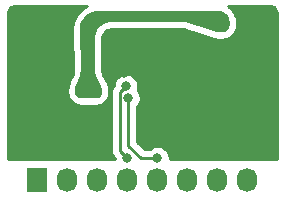
<source format=gbl>
G04 #@! TF.GenerationSoftware,KiCad,Pcbnew,(5.0.1-3-g963ef8bb5)*
G04 #@! TF.CreationDate,2018-11-10T18:30:21+10:30*
G04 #@! TF.ProjectId,rgb-led-board,7267622D6C65642D626F6172642E6B69,1.0*
G04 #@! TF.SameCoordinates,Original*
G04 #@! TF.FileFunction,Copper,L2,Bot,Signal*
G04 #@! TF.FilePolarity,Positive*
%FSLAX46Y46*%
G04 Gerber Fmt 4.6, Leading zero omitted, Abs format (unit mm)*
G04 Created by KiCad (PCBNEW (5.0.1-3-g963ef8bb5)) date Saturday, 10 November 2018 at 06:30:21 pm*
%MOMM*%
%LPD*%
G01*
G04 APERTURE LIST*
G04 #@! TA.AperFunction,ComponentPad*
%ADD10R,1.727200X2.032000*%
G04 #@! TD*
G04 #@! TA.AperFunction,ComponentPad*
%ADD11O,1.727200X2.032000*%
G04 #@! TD*
G04 #@! TA.AperFunction,ViaPad*
%ADD12C,0.800000*%
G04 #@! TD*
G04 #@! TA.AperFunction,Conductor*
%ADD13C,0.250000*%
G04 #@! TD*
G04 #@! TA.AperFunction,Conductor*
%ADD14C,0.254000*%
G04 #@! TD*
G04 #@! TA.AperFunction,Conductor*
%ADD15C,0.300000*%
G04 #@! TD*
G04 APERTURE END LIST*
D10*
G04 #@! TO.P,P3,1*
G04 #@! TO.N,+POWER*
X125730000Y-73250000D03*
D11*
G04 #@! TO.P,P3,2*
G04 #@! TO.N,GND*
X128270000Y-73250000D03*
G04 #@! TO.P,P3,3*
G04 #@! TO.N,/ENABLE*
X130810000Y-73250000D03*
G04 #@! TO.P,P3,4*
G04 #@! TO.N,/POWER_GOOD*
X133350000Y-73250000D03*
G04 #@! TO.P,P3,5*
G04 #@! TO.N,/~FAULT*
X135890000Y-73250000D03*
G04 #@! TO.P,P3,6*
G04 #@! TO.N,/PWM3*
X138430000Y-73250000D03*
G04 #@! TO.P,P3,7*
G04 #@! TO.N,/PWM2*
X140970000Y-73250000D03*
G04 #@! TO.P,P3,8*
G04 #@! TO.N,/PWM1*
X143510000Y-73250000D03*
G04 #@! TD*
D12*
G04 #@! TO.N,GND*
X136652000Y-66294000D03*
X136652000Y-62738000D03*
X135636000Y-62738000D03*
X137668000Y-62738000D03*
X136652000Y-68072000D03*
X135636000Y-68072000D03*
X136652000Y-64695000D03*
X137668000Y-68072000D03*
X125095000Y-59944000D03*
X124079000Y-59944000D03*
X126111000Y-59944000D03*
X133075742Y-64161890D03*
X129540000Y-68580000D03*
X125095000Y-65278000D03*
X124079000Y-65278000D03*
X129540000Y-69532500D03*
X129540000Y-70485000D03*
X137160000Y-69024500D03*
X138684000Y-62738000D03*
G04 #@! TO.N,+POWER*
X139446000Y-59563000D03*
X140462000Y-59563000D03*
X141351000Y-60071000D03*
X130556000Y-65659000D03*
X129540000Y-65659000D03*
G04 #@! TO.N,/POWER_GOOD*
X133350000Y-71374000D03*
X133223000Y-65278006D03*
G04 #@! TO.N,/~FAULT*
X135890000Y-71374000D03*
X133440010Y-66294000D03*
G04 #@! TD*
D13*
G04 #@! TO.N,/POWER_GOOD*
X132715000Y-65786006D02*
X132823001Y-65678005D01*
X132715000Y-70739000D02*
X132715000Y-65786006D01*
X133350000Y-71374000D02*
X132715000Y-70739000D01*
X132823001Y-65678005D02*
X133223000Y-65278006D01*
G04 #@! TO.N,/~FAULT*
X133440010Y-66859685D02*
X133440010Y-66294000D01*
X134493000Y-71374000D02*
X133440010Y-70321010D01*
X133440010Y-70321010D02*
X133440010Y-66859685D01*
X135890000Y-71374000D02*
X134493000Y-71374000D01*
G04 #@! TD*
D14*
G04 #@! TO.N,GND*
G36*
X129884587Y-58511032D02*
X129794815Y-58557564D01*
X129592181Y-58684018D01*
X129510934Y-58744210D01*
X129330941Y-58901225D01*
X129260278Y-58973551D01*
X129107490Y-59157146D01*
X129049203Y-59239771D01*
X128927494Y-59445291D01*
X128883061Y-59536121D01*
X128795518Y-59758353D01*
X128766066Y-59855082D01*
X128714907Y-60088394D01*
X128701182Y-60188575D01*
X128687706Y-60427048D01*
X128686867Y-60477637D01*
X128767807Y-63958084D01*
X128755424Y-64142220D01*
X128717211Y-64293168D01*
X128640491Y-64461008D01*
X128551301Y-64617089D01*
X128526138Y-64665913D01*
X128417447Y-64901278D01*
X128380217Y-65004519D01*
X128313676Y-65255083D01*
X128294778Y-65363194D01*
X128272375Y-65621474D01*
X128270000Y-65676347D01*
X128270000Y-65786000D01*
X128275433Y-65868886D01*
X128292743Y-66000366D01*
X128335646Y-66160482D01*
X128386395Y-66283002D01*
X128469281Y-66426565D01*
X128550012Y-66531775D01*
X128667225Y-66648988D01*
X128772435Y-66729719D01*
X128915998Y-66812605D01*
X129038518Y-66863354D01*
X129198634Y-66906257D01*
X129330114Y-66923567D01*
X129413000Y-66929000D01*
X130746500Y-66929000D01*
X130845834Y-66921182D01*
X130983192Y-66899427D01*
X131172143Y-66838034D01*
X131296056Y-66774897D01*
X131456784Y-66658121D01*
X131555121Y-66559784D01*
X131671897Y-66399056D01*
X131735034Y-66275143D01*
X131796427Y-66086192D01*
X131818182Y-65948834D01*
X131826000Y-65849500D01*
X131826000Y-65793689D01*
X131823733Y-65740085D01*
X131802355Y-65487741D01*
X131784320Y-65382060D01*
X131720795Y-65136910D01*
X131685238Y-65035771D01*
X131581377Y-64804801D01*
X131557326Y-64756842D01*
X131312893Y-64316863D01*
X131242107Y-64159446D01*
X131205569Y-64018443D01*
X131191000Y-63846466D01*
X131191000Y-61341953D01*
X131203589Y-61181991D01*
X131235204Y-61050306D01*
X131287028Y-60925191D01*
X131357791Y-60809718D01*
X131445741Y-60706741D01*
X131548718Y-60618791D01*
X131664191Y-60548028D01*
X131789306Y-60496204D01*
X131920991Y-60464589D01*
X132080953Y-60452000D01*
X137964323Y-60452000D01*
X138131785Y-60465807D01*
X138294713Y-60506852D01*
X140402127Y-61226457D01*
X140452200Y-61241286D01*
X140691240Y-61301505D01*
X140794184Y-61318597D01*
X141039859Y-61338853D01*
X141092038Y-61341000D01*
X141414500Y-61341000D01*
X141497383Y-61335568D01*
X141645298Y-61316095D01*
X141805419Y-61273191D01*
X141943254Y-61216098D01*
X142086813Y-61133214D01*
X142205175Y-61042392D01*
X142322392Y-60925175D01*
X142413214Y-60806813D01*
X142496098Y-60663254D01*
X142553191Y-60525419D01*
X142596095Y-60365298D01*
X142615568Y-60217383D01*
X142621000Y-60134500D01*
X142621000Y-59817000D01*
X142617007Y-59745903D01*
X142594718Y-59548082D01*
X142563077Y-59409451D01*
X142497327Y-59221549D01*
X142435630Y-59093436D01*
X142329717Y-58924877D01*
X142241061Y-58813705D01*
X142100295Y-58672939D01*
X141989123Y-58584283D01*
X141847030Y-58495000D01*
X145380280Y-58495000D01*
X145523109Y-58509005D01*
X145627101Y-58540402D01*
X145723014Y-58591399D01*
X145807194Y-58660055D01*
X145876440Y-58743758D01*
X145928105Y-58839311D01*
X145960227Y-58943078D01*
X145975001Y-59083650D01*
X145975000Y-71420692D01*
X145934644Y-71432904D01*
X145758622Y-71450200D01*
X136925000Y-71450200D01*
X136925000Y-71272061D01*
X136885226Y-71072102D01*
X136807205Y-70883744D01*
X136693937Y-70714226D01*
X136549774Y-70570063D01*
X136380256Y-70456795D01*
X136191898Y-70378774D01*
X135991939Y-70339000D01*
X135788061Y-70339000D01*
X135588102Y-70378774D01*
X135399744Y-70456795D01*
X135230226Y-70570063D01*
X135186289Y-70614000D01*
X134807802Y-70614000D01*
X134200010Y-70006209D01*
X134200010Y-66997711D01*
X134243947Y-66953774D01*
X134357215Y-66784256D01*
X134435236Y-66595898D01*
X134475010Y-66395939D01*
X134475010Y-66192061D01*
X134435236Y-65992102D01*
X134357215Y-65803744D01*
X134243947Y-65634226D01*
X134209849Y-65600128D01*
X134218226Y-65579904D01*
X134258000Y-65379945D01*
X134258000Y-65176067D01*
X134218226Y-64976108D01*
X134140205Y-64787750D01*
X134026937Y-64618232D01*
X133882774Y-64474069D01*
X133713256Y-64360801D01*
X133524898Y-64282780D01*
X133324939Y-64243006D01*
X133121061Y-64243006D01*
X132921102Y-64282780D01*
X132732744Y-64360801D01*
X132563226Y-64474069D01*
X132419063Y-64618232D01*
X132305795Y-64787750D01*
X132227774Y-64976108D01*
X132188000Y-65176067D01*
X132188000Y-65235336D01*
X132175000Y-65246005D01*
X132151202Y-65275003D01*
X132151201Y-65275004D01*
X132080026Y-65361730D01*
X132009454Y-65493760D01*
X131965998Y-65637021D01*
X131951324Y-65786006D01*
X131955001Y-65823338D01*
X131955000Y-70701677D01*
X131951324Y-70739000D01*
X131955000Y-70776322D01*
X131955000Y-70776332D01*
X131965997Y-70887985D01*
X131986624Y-70955984D01*
X132009454Y-71031246D01*
X132080026Y-71163276D01*
X132119871Y-71211826D01*
X132174999Y-71279001D01*
X132204002Y-71302803D01*
X132315000Y-71413801D01*
X132315000Y-71450200D01*
X123387114Y-71450200D01*
X123265000Y-71438144D01*
X123265000Y-59089720D01*
X123279005Y-58946891D01*
X123310402Y-58842899D01*
X123361399Y-58746986D01*
X123430055Y-58662806D01*
X123513758Y-58593560D01*
X123609311Y-58541895D01*
X123713078Y-58509773D01*
X123853641Y-58495000D01*
X129922664Y-58495000D01*
X129884587Y-58511032D01*
X129884587Y-58511032D01*
G37*
X129884587Y-58511032D02*
X129794815Y-58557564D01*
X129592181Y-58684018D01*
X129510934Y-58744210D01*
X129330941Y-58901225D01*
X129260278Y-58973551D01*
X129107490Y-59157146D01*
X129049203Y-59239771D01*
X128927494Y-59445291D01*
X128883061Y-59536121D01*
X128795518Y-59758353D01*
X128766066Y-59855082D01*
X128714907Y-60088394D01*
X128701182Y-60188575D01*
X128687706Y-60427048D01*
X128686867Y-60477637D01*
X128767807Y-63958084D01*
X128755424Y-64142220D01*
X128717211Y-64293168D01*
X128640491Y-64461008D01*
X128551301Y-64617089D01*
X128526138Y-64665913D01*
X128417447Y-64901278D01*
X128380217Y-65004519D01*
X128313676Y-65255083D01*
X128294778Y-65363194D01*
X128272375Y-65621474D01*
X128270000Y-65676347D01*
X128270000Y-65786000D01*
X128275433Y-65868886D01*
X128292743Y-66000366D01*
X128335646Y-66160482D01*
X128386395Y-66283002D01*
X128469281Y-66426565D01*
X128550012Y-66531775D01*
X128667225Y-66648988D01*
X128772435Y-66729719D01*
X128915998Y-66812605D01*
X129038518Y-66863354D01*
X129198634Y-66906257D01*
X129330114Y-66923567D01*
X129413000Y-66929000D01*
X130746500Y-66929000D01*
X130845834Y-66921182D01*
X130983192Y-66899427D01*
X131172143Y-66838034D01*
X131296056Y-66774897D01*
X131456784Y-66658121D01*
X131555121Y-66559784D01*
X131671897Y-66399056D01*
X131735034Y-66275143D01*
X131796427Y-66086192D01*
X131818182Y-65948834D01*
X131826000Y-65849500D01*
X131826000Y-65793689D01*
X131823733Y-65740085D01*
X131802355Y-65487741D01*
X131784320Y-65382060D01*
X131720795Y-65136910D01*
X131685238Y-65035771D01*
X131581377Y-64804801D01*
X131557326Y-64756842D01*
X131312893Y-64316863D01*
X131242107Y-64159446D01*
X131205569Y-64018443D01*
X131191000Y-63846466D01*
X131191000Y-61341953D01*
X131203589Y-61181991D01*
X131235204Y-61050306D01*
X131287028Y-60925191D01*
X131357791Y-60809718D01*
X131445741Y-60706741D01*
X131548718Y-60618791D01*
X131664191Y-60548028D01*
X131789306Y-60496204D01*
X131920991Y-60464589D01*
X132080953Y-60452000D01*
X137964323Y-60452000D01*
X138131785Y-60465807D01*
X138294713Y-60506852D01*
X140402127Y-61226457D01*
X140452200Y-61241286D01*
X140691240Y-61301505D01*
X140794184Y-61318597D01*
X141039859Y-61338853D01*
X141092038Y-61341000D01*
X141414500Y-61341000D01*
X141497383Y-61335568D01*
X141645298Y-61316095D01*
X141805419Y-61273191D01*
X141943254Y-61216098D01*
X142086813Y-61133214D01*
X142205175Y-61042392D01*
X142322392Y-60925175D01*
X142413214Y-60806813D01*
X142496098Y-60663254D01*
X142553191Y-60525419D01*
X142596095Y-60365298D01*
X142615568Y-60217383D01*
X142621000Y-60134500D01*
X142621000Y-59817000D01*
X142617007Y-59745903D01*
X142594718Y-59548082D01*
X142563077Y-59409451D01*
X142497327Y-59221549D01*
X142435630Y-59093436D01*
X142329717Y-58924877D01*
X142241061Y-58813705D01*
X142100295Y-58672939D01*
X141989123Y-58584283D01*
X141847030Y-58495000D01*
X145380280Y-58495000D01*
X145523109Y-58509005D01*
X145627101Y-58540402D01*
X145723014Y-58591399D01*
X145807194Y-58660055D01*
X145876440Y-58743758D01*
X145928105Y-58839311D01*
X145960227Y-58943078D01*
X145975001Y-59083650D01*
X145975000Y-71420692D01*
X145934644Y-71432904D01*
X145758622Y-71450200D01*
X136925000Y-71450200D01*
X136925000Y-71272061D01*
X136885226Y-71072102D01*
X136807205Y-70883744D01*
X136693937Y-70714226D01*
X136549774Y-70570063D01*
X136380256Y-70456795D01*
X136191898Y-70378774D01*
X135991939Y-70339000D01*
X135788061Y-70339000D01*
X135588102Y-70378774D01*
X135399744Y-70456795D01*
X135230226Y-70570063D01*
X135186289Y-70614000D01*
X134807802Y-70614000D01*
X134200010Y-70006209D01*
X134200010Y-66997711D01*
X134243947Y-66953774D01*
X134357215Y-66784256D01*
X134435236Y-66595898D01*
X134475010Y-66395939D01*
X134475010Y-66192061D01*
X134435236Y-65992102D01*
X134357215Y-65803744D01*
X134243947Y-65634226D01*
X134209849Y-65600128D01*
X134218226Y-65579904D01*
X134258000Y-65379945D01*
X134258000Y-65176067D01*
X134218226Y-64976108D01*
X134140205Y-64787750D01*
X134026937Y-64618232D01*
X133882774Y-64474069D01*
X133713256Y-64360801D01*
X133524898Y-64282780D01*
X133324939Y-64243006D01*
X133121061Y-64243006D01*
X132921102Y-64282780D01*
X132732744Y-64360801D01*
X132563226Y-64474069D01*
X132419063Y-64618232D01*
X132305795Y-64787750D01*
X132227774Y-64976108D01*
X132188000Y-65176067D01*
X132188000Y-65235336D01*
X132175000Y-65246005D01*
X132151202Y-65275003D01*
X132151201Y-65275004D01*
X132080026Y-65361730D01*
X132009454Y-65493760D01*
X131965998Y-65637021D01*
X131951324Y-65786006D01*
X131955001Y-65823338D01*
X131955000Y-70701677D01*
X131951324Y-70739000D01*
X131955000Y-70776322D01*
X131955000Y-70776332D01*
X131965997Y-70887985D01*
X131986624Y-70955984D01*
X132009454Y-71031246D01*
X132080026Y-71163276D01*
X132119871Y-71211826D01*
X132174999Y-71279001D01*
X132204002Y-71302803D01*
X132315000Y-71413801D01*
X132315000Y-71450200D01*
X123387114Y-71450200D01*
X123265000Y-71438144D01*
X123265000Y-59089720D01*
X123279005Y-58946891D01*
X123310402Y-58842899D01*
X123361399Y-58746986D01*
X123430055Y-58662806D01*
X123513758Y-58593560D01*
X123609311Y-58541895D01*
X123713078Y-58509773D01*
X123853641Y-58495000D01*
X129922664Y-58495000D01*
X129884587Y-58511032D01*
D15*
G04 #@! TO.N,+POWER*
G36*
X141261234Y-59097454D02*
X141417225Y-59152038D01*
X141557168Y-59239970D01*
X141674030Y-59356832D01*
X141761962Y-59496775D01*
X141816546Y-59652766D01*
X141836000Y-59825426D01*
X141836000Y-60124667D01*
X141820387Y-60243259D01*
X141778409Y-60344603D01*
X141711631Y-60431631D01*
X141624603Y-60498409D01*
X141523259Y-60540387D01*
X141404667Y-60556000D01*
X141098215Y-60556000D01*
X140871009Y-60537267D01*
X140649954Y-60481578D01*
X138523649Y-59755523D01*
X138511820Y-59752020D01*
X138272780Y-59691801D01*
X138248463Y-59687763D01*
X138002788Y-59667507D01*
X137990462Y-59667000D01*
X132056000Y-59667000D01*
X132044231Y-59667462D01*
X131809579Y-59685929D01*
X131786331Y-59689612D01*
X131557458Y-59744560D01*
X131535073Y-59751833D01*
X131317612Y-59841908D01*
X131296639Y-59852594D01*
X131095947Y-59975579D01*
X131076905Y-59989414D01*
X130897923Y-60142279D01*
X130881279Y-60158923D01*
X130728414Y-60337905D01*
X130714579Y-60356947D01*
X130591594Y-60557639D01*
X130580908Y-60578612D01*
X130490833Y-60796073D01*
X130483560Y-60818458D01*
X130428612Y-61047331D01*
X130424929Y-61070579D01*
X130406462Y-61305231D01*
X130406000Y-61317000D01*
X130406000Y-63873311D01*
X130406535Y-63885973D01*
X130427913Y-64138317D01*
X130432174Y-64163281D01*
X130495699Y-64408431D01*
X130504098Y-64432323D01*
X130607959Y-64663293D01*
X130613640Y-64674621D01*
X130868032Y-65132526D01*
X130964081Y-65346126D01*
X131021229Y-65566666D01*
X131041000Y-65800036D01*
X131041000Y-65837697D01*
X131024809Y-65939926D01*
X130983242Y-66021505D01*
X130918505Y-66086242D01*
X130836926Y-66127809D01*
X130734697Y-66144000D01*
X129422834Y-66144000D01*
X129320676Y-66130550D01*
X129234649Y-66094917D01*
X129160772Y-66038228D01*
X129104083Y-65964351D01*
X129068450Y-65878324D01*
X129055000Y-65776166D01*
X129055000Y-65682841D01*
X129075718Y-65443991D01*
X129135580Y-65218576D01*
X129236093Y-65000921D01*
X129336309Y-64825543D01*
X129342496Y-64813482D01*
X129455089Y-64567165D01*
X129464079Y-64541617D01*
X129530544Y-64279070D01*
X129534793Y-64252323D01*
X129552965Y-63982104D01*
X129553262Y-63968552D01*
X129471793Y-60465371D01*
X129484256Y-60244827D01*
X129530283Y-60034919D01*
X129609044Y-59834981D01*
X129718544Y-59650078D01*
X129856005Y-59484899D01*
X130017937Y-59343640D01*
X130200246Y-59229870D01*
X130398304Y-59146480D01*
X130607074Y-59095588D01*
X130827272Y-59078000D01*
X141088574Y-59078000D01*
X141261234Y-59097454D01*
X141261234Y-59097454D01*
G37*
X141261234Y-59097454D02*
X141417225Y-59152038D01*
X141557168Y-59239970D01*
X141674030Y-59356832D01*
X141761962Y-59496775D01*
X141816546Y-59652766D01*
X141836000Y-59825426D01*
X141836000Y-60124667D01*
X141820387Y-60243259D01*
X141778409Y-60344603D01*
X141711631Y-60431631D01*
X141624603Y-60498409D01*
X141523259Y-60540387D01*
X141404667Y-60556000D01*
X141098215Y-60556000D01*
X140871009Y-60537267D01*
X140649954Y-60481578D01*
X138523649Y-59755523D01*
X138511820Y-59752020D01*
X138272780Y-59691801D01*
X138248463Y-59687763D01*
X138002788Y-59667507D01*
X137990462Y-59667000D01*
X132056000Y-59667000D01*
X132044231Y-59667462D01*
X131809579Y-59685929D01*
X131786331Y-59689612D01*
X131557458Y-59744560D01*
X131535073Y-59751833D01*
X131317612Y-59841908D01*
X131296639Y-59852594D01*
X131095947Y-59975579D01*
X131076905Y-59989414D01*
X130897923Y-60142279D01*
X130881279Y-60158923D01*
X130728414Y-60337905D01*
X130714579Y-60356947D01*
X130591594Y-60557639D01*
X130580908Y-60578612D01*
X130490833Y-60796073D01*
X130483560Y-60818458D01*
X130428612Y-61047331D01*
X130424929Y-61070579D01*
X130406462Y-61305231D01*
X130406000Y-61317000D01*
X130406000Y-63873311D01*
X130406535Y-63885973D01*
X130427913Y-64138317D01*
X130432174Y-64163281D01*
X130495699Y-64408431D01*
X130504098Y-64432323D01*
X130607959Y-64663293D01*
X130613640Y-64674621D01*
X130868032Y-65132526D01*
X130964081Y-65346126D01*
X131021229Y-65566666D01*
X131041000Y-65800036D01*
X131041000Y-65837697D01*
X131024809Y-65939926D01*
X130983242Y-66021505D01*
X130918505Y-66086242D01*
X130836926Y-66127809D01*
X130734697Y-66144000D01*
X129422834Y-66144000D01*
X129320676Y-66130550D01*
X129234649Y-66094917D01*
X129160772Y-66038228D01*
X129104083Y-65964351D01*
X129068450Y-65878324D01*
X129055000Y-65776166D01*
X129055000Y-65682841D01*
X129075718Y-65443991D01*
X129135580Y-65218576D01*
X129236093Y-65000921D01*
X129336309Y-64825543D01*
X129342496Y-64813482D01*
X129455089Y-64567165D01*
X129464079Y-64541617D01*
X129530544Y-64279070D01*
X129534793Y-64252323D01*
X129552965Y-63982104D01*
X129553262Y-63968552D01*
X129471793Y-60465371D01*
X129484256Y-60244827D01*
X129530283Y-60034919D01*
X129609044Y-59834981D01*
X129718544Y-59650078D01*
X129856005Y-59484899D01*
X130017937Y-59343640D01*
X130200246Y-59229870D01*
X130398304Y-59146480D01*
X130607074Y-59095588D01*
X130827272Y-59078000D01*
X141088574Y-59078000D01*
X141261234Y-59097454D01*
G04 #@! TD*
M02*

</source>
